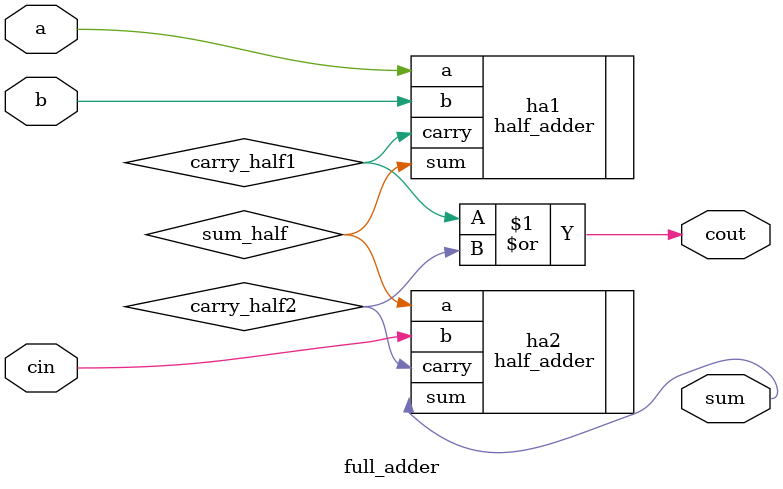
<source format=v>
module full_adder (
    input a, b, cin,   
    output sum, cout   
);
    wire sum_half, carry_half1, carry_half2;

    half_adder ha1 (.a(a), .b(b), .sum(sum_half), .carry(carry_half1));
    half_adder ha2 (.a(sum_half), .b(cin), .sum(sum), .carry(carry_half2));
    assign cout = carry_half1 | carry_half2;
endmodule
</source>
